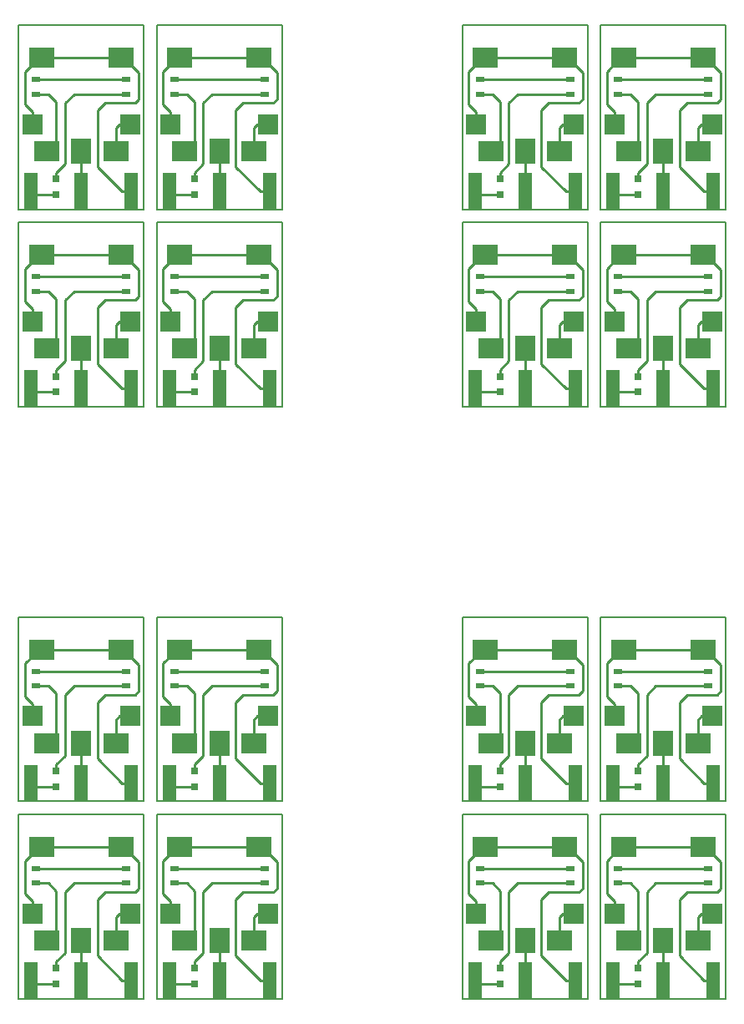
<source format=gbr>
G04 #@! TF.GenerationSoftware,KiCad,Pcbnew,(5.0.0-rc2-dev-586-g888c43477)*
G04 #@! TF.CreationDate,2018-07-20T11:48:50+02:00*
G04 #@! TF.ProjectId,2x2pisakUS,327832706973616B55532E6B69636164,rev?*
G04 #@! TF.SameCoordinates,Original*
G04 #@! TF.FileFunction,Copper,L1,Top,Signal*
G04 #@! TF.FilePolarity,Positive*
%FSLAX46Y46*%
G04 Gerber Fmt 4.6, Leading zero omitted, Abs format (unit mm)*
G04 Created by KiCad (PCBNEW (5.0.0-rc2-dev-586-g888c43477)) date 07/20/18 11:48:50*
%MOMM*%
%LPD*%
G01*
G04 APERTURE LIST*
%ADD10C,0.200000*%
%ADD11C,0.150000*%
%ADD12R,2.000000X2.000000*%
%ADD13R,1.400000X3.700000*%
%ADD14R,0.800000X0.800000*%
%ADD15R,0.900000X0.500000*%
%ADD16R,2.000000X2.600000*%
%ADD17R,2.550000X2.000000*%
%ADD18R,2.500000X2.000000*%
%ADD19C,0.250000*%
G04 APERTURE END LIST*
D10*
X57192000Y-92319000D02*
X69892000Y-92319000D01*
X12192000Y-92319000D02*
X24892000Y-92319000D01*
X57192000Y-32319000D02*
X69892000Y-32319000D01*
X71192000Y-110988000D02*
X83892000Y-110988000D01*
X26192000Y-110988000D02*
X38892000Y-110988000D01*
X71192000Y-50988000D02*
X83892000Y-50988000D01*
D11*
X57192000Y-92319000D02*
X57192000Y-110988000D01*
X12192000Y-92319000D02*
X12192000Y-110988000D01*
X57192000Y-32319000D02*
X57192000Y-50988000D01*
X83892000Y-90988000D02*
X83892000Y-72319000D01*
X38892000Y-90988000D02*
X38892000Y-72319000D01*
X83892000Y-30988000D02*
X83892000Y-12319000D01*
X83892000Y-110988000D02*
X83892000Y-92319000D01*
X38892000Y-110988000D02*
X38892000Y-92319000D01*
X83892000Y-50988000D02*
X83892000Y-32319000D01*
X71192000Y-92319000D02*
X71192000Y-110988000D01*
X26192000Y-92319000D02*
X26192000Y-110988000D01*
X71192000Y-32319000D02*
X71192000Y-50988000D01*
D10*
X71192000Y-90988000D02*
X83892000Y-90988000D01*
X26192000Y-90988000D02*
X38892000Y-90988000D01*
X71192000Y-30988000D02*
X83892000Y-30988000D01*
X71192000Y-72319000D02*
X83892000Y-72319000D01*
X26192000Y-72319000D02*
X38892000Y-72319000D01*
X71192000Y-12319000D02*
X83892000Y-12319000D01*
D11*
X71192000Y-72319000D02*
X71192000Y-90988000D01*
X26192000Y-72319000D02*
X26192000Y-90988000D01*
X71192000Y-12319000D02*
X71192000Y-30988000D01*
D10*
X71192000Y-92319000D02*
X83892000Y-92319000D01*
X26192000Y-92319000D02*
X38892000Y-92319000D01*
X71192000Y-32319000D02*
X83892000Y-32319000D01*
X57192000Y-110988000D02*
X69892000Y-110988000D01*
X12192000Y-110988000D02*
X24892000Y-110988000D01*
X57192000Y-50988000D02*
X69892000Y-50988000D01*
D11*
X69892000Y-110988000D02*
X69892000Y-92319000D01*
X24892000Y-110988000D02*
X24892000Y-92319000D01*
X69892000Y-50988000D02*
X69892000Y-32319000D01*
D10*
X57192000Y-72319000D02*
X69892000Y-72319000D01*
X12192000Y-72319000D02*
X24892000Y-72319000D01*
X57192000Y-12319000D02*
X69892000Y-12319000D01*
X57192000Y-90988000D02*
X69892000Y-90988000D01*
X12192000Y-90988000D02*
X24892000Y-90988000D01*
X57192000Y-30988000D02*
X69892000Y-30988000D01*
D11*
X57192000Y-72319000D02*
X57192000Y-90988000D01*
X12192000Y-72319000D02*
X12192000Y-90988000D01*
X57192000Y-12319000D02*
X57192000Y-30988000D01*
X69892000Y-90988000D02*
X69892000Y-72319000D01*
X24892000Y-90988000D02*
X24892000Y-72319000D01*
X69892000Y-30988000D02*
X69892000Y-12319000D01*
D10*
X26192000Y-32319000D02*
X38892000Y-32319000D01*
X12192000Y-32319000D02*
X24892000Y-32319000D01*
X26192000Y-12319000D02*
X38892000Y-12319000D01*
X26192000Y-50988000D02*
X38892000Y-50988000D01*
X12192000Y-50988000D02*
X24892000Y-50988000D01*
X26192000Y-30988000D02*
X38892000Y-30988000D01*
D11*
X26192000Y-32319000D02*
X26192000Y-50988000D01*
X12192000Y-32319000D02*
X12192000Y-50988000D01*
X26192000Y-12319000D02*
X26192000Y-30988000D01*
X38892000Y-50988000D02*
X38892000Y-32319000D01*
X24892000Y-50988000D02*
X24892000Y-32319000D01*
X38892000Y-30988000D02*
X38892000Y-12319000D01*
X24892000Y-30988000D02*
X24892000Y-12319000D01*
X12192000Y-12319000D02*
X12192000Y-30988000D01*
D10*
X12192000Y-12319000D02*
X24892000Y-12319000D01*
X12192000Y-30988000D02*
X24892000Y-30988000D01*
D12*
X68495000Y-102352000D03*
X23495000Y-102352000D03*
X68495000Y-42352000D03*
D13*
X58462000Y-109138000D03*
X63542000Y-109138000D03*
X68622000Y-109138000D03*
X13462000Y-109138000D03*
X18542000Y-109138000D03*
X23622000Y-109138000D03*
X58462000Y-49138000D03*
X63542000Y-49138000D03*
X68622000Y-49138000D03*
D12*
X82495000Y-82352000D03*
X37495000Y-82352000D03*
X82495000Y-22352000D03*
D13*
X72462000Y-89138000D03*
X77542000Y-89138000D03*
X82622000Y-89138000D03*
X27462000Y-89138000D03*
X32542000Y-89138000D03*
X37622000Y-89138000D03*
X72462000Y-29138000D03*
X77542000Y-29138000D03*
X82622000Y-29138000D03*
D12*
X72589000Y-102352000D03*
X27589000Y-102352000D03*
X72589000Y-42352000D03*
X72589000Y-82352000D03*
X27589000Y-82352000D03*
X72589000Y-22352000D03*
D14*
X75002000Y-87902000D03*
X75002000Y-89502000D03*
X30002000Y-87902000D03*
X30002000Y-89502000D03*
X75002000Y-27902000D03*
X75002000Y-29502000D03*
D13*
X72462000Y-109138000D03*
X77542000Y-109138000D03*
X82622000Y-109138000D03*
X27462000Y-109138000D03*
X32542000Y-109138000D03*
X37622000Y-109138000D03*
X72462000Y-49138000D03*
X77542000Y-49138000D03*
X82622000Y-49138000D03*
D12*
X82495000Y-102352000D03*
X37495000Y-102352000D03*
X82495000Y-42352000D03*
X58589000Y-102352000D03*
X13589000Y-102352000D03*
X58589000Y-42352000D03*
D15*
X68114000Y-79292000D03*
X68114000Y-77792000D03*
X23114000Y-79292000D03*
X23114000Y-77792000D03*
X68114000Y-19292000D03*
X68114000Y-17792000D03*
D16*
X63542000Y-85106000D03*
D17*
X67567000Y-75606000D03*
X59517000Y-75606000D03*
D18*
X60042000Y-85106000D03*
X67042000Y-85106000D03*
D16*
X18542000Y-85106000D03*
D17*
X22567000Y-75606000D03*
X14517000Y-75606000D03*
D18*
X15042000Y-85106000D03*
X22042000Y-85106000D03*
D16*
X63542000Y-25106000D03*
D17*
X67567000Y-15606000D03*
X59517000Y-15606000D03*
D18*
X60042000Y-25106000D03*
X67042000Y-25106000D03*
D15*
X58970000Y-79292000D03*
X58970000Y-77792000D03*
X13970000Y-79292000D03*
X13970000Y-77792000D03*
X58970000Y-19292000D03*
X58970000Y-17792000D03*
D14*
X61002000Y-89502000D03*
X61002000Y-87902000D03*
X16002000Y-89502000D03*
X16002000Y-87902000D03*
X61002000Y-29502000D03*
X61002000Y-27902000D03*
D13*
X68622000Y-89138000D03*
X63542000Y-89138000D03*
X58462000Y-89138000D03*
X23622000Y-89138000D03*
X18542000Y-89138000D03*
X13462000Y-89138000D03*
X68622000Y-29138000D03*
X63542000Y-29138000D03*
X58462000Y-29138000D03*
D12*
X68495000Y-82352000D03*
X23495000Y-82352000D03*
X68495000Y-22352000D03*
X58589000Y-82352000D03*
X13589000Y-82352000D03*
X58589000Y-22352000D03*
D18*
X81042000Y-85106000D03*
X74042000Y-85106000D03*
D17*
X73517000Y-75606000D03*
X81567000Y-75606000D03*
D16*
X77542000Y-85106000D03*
D18*
X36042000Y-85106000D03*
X29042000Y-85106000D03*
D17*
X28517000Y-75606000D03*
X36567000Y-75606000D03*
D16*
X32542000Y-85106000D03*
D18*
X81042000Y-25106000D03*
X74042000Y-25106000D03*
D17*
X73517000Y-15606000D03*
X81567000Y-15606000D03*
D16*
X77542000Y-25106000D03*
D15*
X58970000Y-97792000D03*
X58970000Y-99292000D03*
X13970000Y-97792000D03*
X13970000Y-99292000D03*
X58970000Y-37792000D03*
X58970000Y-39292000D03*
X68114000Y-97792000D03*
X68114000Y-99292000D03*
X23114000Y-97792000D03*
X23114000Y-99292000D03*
X68114000Y-37792000D03*
X68114000Y-39292000D03*
X72970000Y-77792000D03*
X72970000Y-79292000D03*
X27970000Y-77792000D03*
X27970000Y-79292000D03*
X72970000Y-17792000D03*
X72970000Y-19292000D03*
D14*
X75002000Y-107902000D03*
X75002000Y-109502000D03*
X30002000Y-107902000D03*
X30002000Y-109502000D03*
X75002000Y-47902000D03*
X75002000Y-49502000D03*
X61002000Y-107902000D03*
X61002000Y-109502000D03*
X16002000Y-107902000D03*
X16002000Y-109502000D03*
X61002000Y-47902000D03*
X61002000Y-49502000D03*
D18*
X67042000Y-105106000D03*
X60042000Y-105106000D03*
D17*
X59517000Y-95606000D03*
X67567000Y-95606000D03*
D16*
X63542000Y-105106000D03*
D18*
X22042000Y-105106000D03*
X15042000Y-105106000D03*
D17*
X14517000Y-95606000D03*
X22567000Y-95606000D03*
D16*
X18542000Y-105106000D03*
D18*
X67042000Y-45106000D03*
X60042000Y-45106000D03*
D17*
X59517000Y-35606000D03*
X67567000Y-35606000D03*
D16*
X63542000Y-45106000D03*
D15*
X82114000Y-77792000D03*
X82114000Y-79292000D03*
X37114000Y-77792000D03*
X37114000Y-79292000D03*
X82114000Y-17792000D03*
X82114000Y-19292000D03*
D18*
X81042000Y-105106000D03*
X74042000Y-105106000D03*
D17*
X73517000Y-95606000D03*
X81567000Y-95606000D03*
D16*
X77542000Y-105106000D03*
D18*
X36042000Y-105106000D03*
X29042000Y-105106000D03*
D17*
X28517000Y-95606000D03*
X36567000Y-95606000D03*
D16*
X32542000Y-105106000D03*
D18*
X81042000Y-45106000D03*
X74042000Y-45106000D03*
D17*
X73517000Y-35606000D03*
X81567000Y-35606000D03*
D16*
X77542000Y-45106000D03*
D15*
X82114000Y-97792000D03*
X82114000Y-99292000D03*
X37114000Y-97792000D03*
X37114000Y-99292000D03*
X82114000Y-37792000D03*
X82114000Y-39292000D03*
X72970000Y-97792000D03*
X72970000Y-99292000D03*
X27970000Y-97792000D03*
X27970000Y-99292000D03*
X72970000Y-37792000D03*
X72970000Y-39292000D03*
X37114000Y-39292000D03*
X37114000Y-37792000D03*
X23114000Y-39292000D03*
X23114000Y-37792000D03*
X37114000Y-19292000D03*
X37114000Y-17792000D03*
D16*
X32542000Y-45106000D03*
D17*
X36567000Y-35606000D03*
X28517000Y-35606000D03*
D18*
X29042000Y-45106000D03*
X36042000Y-45106000D03*
D16*
X18542000Y-45106000D03*
D17*
X22567000Y-35606000D03*
X14517000Y-35606000D03*
D18*
X15042000Y-45106000D03*
X22042000Y-45106000D03*
D16*
X32542000Y-25106000D03*
D17*
X36567000Y-15606000D03*
X28517000Y-15606000D03*
D18*
X29042000Y-25106000D03*
X36042000Y-25106000D03*
D15*
X27970000Y-39292000D03*
X27970000Y-37792000D03*
X13970000Y-39292000D03*
X13970000Y-37792000D03*
X27970000Y-19292000D03*
X27970000Y-17792000D03*
D14*
X30002000Y-49502000D03*
X30002000Y-47902000D03*
X16002000Y-49502000D03*
X16002000Y-47902000D03*
X30002000Y-29502000D03*
X30002000Y-27902000D03*
D13*
X37622000Y-49138000D03*
X32542000Y-49138000D03*
X27462000Y-49138000D03*
X23622000Y-49138000D03*
X18542000Y-49138000D03*
X13462000Y-49138000D03*
X37622000Y-29138000D03*
X32542000Y-29138000D03*
X27462000Y-29138000D03*
D12*
X37495000Y-42352000D03*
X23495000Y-42352000D03*
X37495000Y-22352000D03*
X27589000Y-42352000D03*
X13589000Y-42352000D03*
X27589000Y-22352000D03*
D15*
X23114000Y-17792000D03*
X23114000Y-19292000D03*
D13*
X13462000Y-29138000D03*
X18542000Y-29138000D03*
X23622000Y-29138000D03*
D14*
X16002000Y-27902000D03*
X16002000Y-29502000D03*
D18*
X22042000Y-25106000D03*
X15042000Y-25106000D03*
D17*
X14517000Y-15606000D03*
X22567000Y-15606000D03*
D16*
X18542000Y-25106000D03*
D15*
X13970000Y-17792000D03*
X13970000Y-19292000D03*
D12*
X23495000Y-22352000D03*
X13589000Y-22352000D03*
D19*
X16002000Y-29502000D02*
X13826000Y-29502000D01*
X13826000Y-29502000D02*
X13462000Y-29138000D01*
X18542000Y-29138000D02*
X18542000Y-27038000D01*
X18542000Y-27038000D02*
X18542000Y-25106000D01*
X22042000Y-25106000D02*
X22042000Y-22705000D01*
X22042000Y-22705000D02*
X22395000Y-22352000D01*
X22395000Y-22352000D02*
X23495000Y-22352000D01*
X16002000Y-27252000D02*
X16002000Y-27902000D01*
X16891000Y-26363000D02*
X16002000Y-27252000D01*
X16891000Y-20193000D02*
X16891000Y-26363000D01*
X23114000Y-19292000D02*
X17792000Y-19292000D01*
X17792000Y-19292000D02*
X16891000Y-20193000D01*
X30002000Y-27252000D02*
X30002000Y-27902000D01*
X16002000Y-47252000D02*
X16002000Y-47902000D01*
X30002000Y-47252000D02*
X30002000Y-47902000D01*
X30891000Y-26363000D02*
X30002000Y-27252000D01*
X16891000Y-46363000D02*
X16002000Y-47252000D01*
X30891000Y-46363000D02*
X30002000Y-47252000D01*
X30891000Y-20193000D02*
X30891000Y-26363000D01*
X16891000Y-40193000D02*
X16891000Y-46363000D01*
X30891000Y-40193000D02*
X30891000Y-46363000D01*
X31792000Y-19292000D02*
X30891000Y-20193000D01*
X17792000Y-39292000D02*
X16891000Y-40193000D01*
X31792000Y-39292000D02*
X30891000Y-40193000D01*
X37114000Y-19292000D02*
X31792000Y-19292000D01*
X23114000Y-39292000D02*
X17792000Y-39292000D01*
X37114000Y-39292000D02*
X31792000Y-39292000D01*
X75002000Y-27252000D02*
X75002000Y-27902000D01*
X30002000Y-87252000D02*
X30002000Y-87902000D01*
X75002000Y-87252000D02*
X75002000Y-87902000D01*
X61002000Y-27252000D02*
X61002000Y-27902000D01*
X16002000Y-87252000D02*
X16002000Y-87902000D01*
X61002000Y-87252000D02*
X61002000Y-87902000D01*
X61891000Y-26363000D02*
X61002000Y-27252000D01*
X16891000Y-86363000D02*
X16002000Y-87252000D01*
X61891000Y-86363000D02*
X61002000Y-87252000D01*
X61891000Y-20193000D02*
X61891000Y-26363000D01*
X16891000Y-80193000D02*
X16891000Y-86363000D01*
X61891000Y-80193000D02*
X61891000Y-86363000D01*
X62792000Y-19292000D02*
X61891000Y-20193000D01*
X17792000Y-79292000D02*
X16891000Y-80193000D01*
X62792000Y-79292000D02*
X61891000Y-80193000D01*
X68114000Y-19292000D02*
X62792000Y-19292000D01*
X23114000Y-79292000D02*
X17792000Y-79292000D01*
X68114000Y-79292000D02*
X62792000Y-79292000D01*
X75891000Y-26363000D02*
X75002000Y-27252000D01*
X30891000Y-86363000D02*
X30002000Y-87252000D01*
X75891000Y-86363000D02*
X75002000Y-87252000D01*
X75891000Y-46363000D02*
X75002000Y-47252000D01*
X30891000Y-106363000D02*
X30002000Y-107252000D01*
X75891000Y-106363000D02*
X75002000Y-107252000D01*
X76792000Y-19292000D02*
X75891000Y-20193000D01*
X31792000Y-79292000D02*
X30891000Y-80193000D01*
X76792000Y-79292000D02*
X75891000Y-80193000D01*
X75891000Y-40193000D02*
X75891000Y-46363000D01*
X30891000Y-100193000D02*
X30891000Y-106363000D01*
X75891000Y-100193000D02*
X75891000Y-106363000D01*
X61891000Y-46363000D02*
X61002000Y-47252000D01*
X16891000Y-106363000D02*
X16002000Y-107252000D01*
X61891000Y-106363000D02*
X61002000Y-107252000D01*
X76792000Y-39292000D02*
X75891000Y-40193000D01*
X31792000Y-99292000D02*
X30891000Y-100193000D01*
X76792000Y-99292000D02*
X75891000Y-100193000D01*
X62792000Y-39292000D02*
X61891000Y-40193000D01*
X17792000Y-99292000D02*
X16891000Y-100193000D01*
X62792000Y-99292000D02*
X61891000Y-100193000D01*
X75002000Y-47252000D02*
X75002000Y-47902000D01*
X30002000Y-107252000D02*
X30002000Y-107902000D01*
X75002000Y-107252000D02*
X75002000Y-107902000D01*
X61002000Y-47252000D02*
X61002000Y-47902000D01*
X16002000Y-107252000D02*
X16002000Y-107902000D01*
X61002000Y-107252000D02*
X61002000Y-107902000D01*
X61891000Y-40193000D02*
X61891000Y-46363000D01*
X16891000Y-100193000D02*
X16891000Y-106363000D01*
X61891000Y-100193000D02*
X61891000Y-106363000D01*
X75891000Y-20193000D02*
X75891000Y-26363000D01*
X30891000Y-80193000D02*
X30891000Y-86363000D01*
X75891000Y-80193000D02*
X75891000Y-86363000D01*
X82114000Y-39292000D02*
X76792000Y-39292000D01*
X37114000Y-99292000D02*
X31792000Y-99292000D01*
X82114000Y-99292000D02*
X76792000Y-99292000D01*
X82114000Y-19292000D02*
X76792000Y-19292000D01*
X37114000Y-79292000D02*
X31792000Y-79292000D01*
X82114000Y-79292000D02*
X76792000Y-79292000D01*
X68114000Y-39292000D02*
X62792000Y-39292000D01*
X23114000Y-99292000D02*
X17792000Y-99292000D01*
X68114000Y-99292000D02*
X62792000Y-99292000D01*
X30002000Y-29502000D02*
X27826000Y-29502000D01*
X16002000Y-49502000D02*
X13826000Y-49502000D01*
X30002000Y-49502000D02*
X27826000Y-49502000D01*
X27826000Y-29502000D02*
X27462000Y-29138000D01*
X13826000Y-49502000D02*
X13462000Y-49138000D01*
X27826000Y-49502000D02*
X27462000Y-49138000D01*
X72826000Y-49502000D02*
X72462000Y-49138000D01*
X27826000Y-109502000D02*
X27462000Y-109138000D01*
X72826000Y-109502000D02*
X72462000Y-109138000D01*
X61002000Y-29502000D02*
X58826000Y-29502000D01*
X16002000Y-89502000D02*
X13826000Y-89502000D01*
X61002000Y-89502000D02*
X58826000Y-89502000D01*
X58826000Y-29502000D02*
X58462000Y-29138000D01*
X13826000Y-89502000D02*
X13462000Y-89138000D01*
X58826000Y-89502000D02*
X58462000Y-89138000D01*
X61002000Y-49502000D02*
X58826000Y-49502000D01*
X16002000Y-109502000D02*
X13826000Y-109502000D01*
X61002000Y-109502000D02*
X58826000Y-109502000D01*
X75002000Y-49502000D02*
X72826000Y-49502000D01*
X30002000Y-109502000D02*
X27826000Y-109502000D01*
X75002000Y-109502000D02*
X72826000Y-109502000D01*
X75002000Y-29502000D02*
X72826000Y-29502000D01*
X30002000Y-89502000D02*
X27826000Y-89502000D01*
X75002000Y-89502000D02*
X72826000Y-89502000D01*
X58826000Y-49502000D02*
X58462000Y-49138000D01*
X13826000Y-109502000D02*
X13462000Y-109138000D01*
X58826000Y-109502000D02*
X58462000Y-109138000D01*
X72826000Y-29502000D02*
X72462000Y-29138000D01*
X27826000Y-89502000D02*
X27462000Y-89138000D01*
X72826000Y-89502000D02*
X72462000Y-89138000D01*
X32542000Y-29138000D02*
X32542000Y-27038000D01*
X18542000Y-49138000D02*
X18542000Y-47038000D01*
X32542000Y-49138000D02*
X32542000Y-47038000D01*
X32542000Y-27038000D02*
X32542000Y-25106000D01*
X18542000Y-47038000D02*
X18542000Y-45106000D01*
X32542000Y-47038000D02*
X32542000Y-45106000D01*
X63542000Y-29138000D02*
X63542000Y-27038000D01*
X18542000Y-89138000D02*
X18542000Y-87038000D01*
X63542000Y-89138000D02*
X63542000Y-87038000D01*
X63542000Y-27038000D02*
X63542000Y-25106000D01*
X18542000Y-87038000D02*
X18542000Y-85106000D01*
X63542000Y-87038000D02*
X63542000Y-85106000D01*
X77542000Y-47038000D02*
X77542000Y-45106000D01*
X32542000Y-107038000D02*
X32542000Y-105106000D01*
X77542000Y-107038000D02*
X77542000Y-105106000D01*
X63542000Y-47038000D02*
X63542000Y-45106000D01*
X18542000Y-107038000D02*
X18542000Y-105106000D01*
X63542000Y-107038000D02*
X63542000Y-105106000D01*
X77542000Y-27038000D02*
X77542000Y-25106000D01*
X32542000Y-87038000D02*
X32542000Y-85106000D01*
X77542000Y-87038000D02*
X77542000Y-85106000D01*
X77542000Y-49138000D02*
X77542000Y-47038000D01*
X32542000Y-109138000D02*
X32542000Y-107038000D01*
X77542000Y-109138000D02*
X77542000Y-107038000D01*
X77542000Y-29138000D02*
X77542000Y-27038000D01*
X32542000Y-89138000D02*
X32542000Y-87038000D01*
X77542000Y-89138000D02*
X77542000Y-87038000D01*
X63542000Y-49138000D02*
X63542000Y-47038000D01*
X18542000Y-109138000D02*
X18542000Y-107038000D01*
X63542000Y-109138000D02*
X63542000Y-107038000D01*
X15228000Y-19292000D02*
X16002000Y-20066000D01*
X13970000Y-19292000D02*
X15228000Y-19292000D01*
X16002000Y-20066000D02*
X16002000Y-24146000D01*
X16002000Y-24146000D02*
X15042000Y-25106000D01*
X29228000Y-19292000D02*
X30002000Y-20066000D01*
X15228000Y-39292000D02*
X16002000Y-40066000D01*
X29228000Y-39292000D02*
X30002000Y-40066000D01*
X27970000Y-19292000D02*
X29228000Y-19292000D01*
X13970000Y-39292000D02*
X15228000Y-39292000D01*
X27970000Y-39292000D02*
X29228000Y-39292000D01*
X30002000Y-20066000D02*
X30002000Y-24146000D01*
X16002000Y-40066000D02*
X16002000Y-44146000D01*
X30002000Y-40066000D02*
X30002000Y-44146000D01*
X30002000Y-24146000D02*
X29042000Y-25106000D01*
X16002000Y-44146000D02*
X15042000Y-45106000D01*
X30002000Y-44146000D02*
X29042000Y-45106000D01*
X60228000Y-19292000D02*
X61002000Y-20066000D01*
X15228000Y-79292000D02*
X16002000Y-80066000D01*
X60228000Y-79292000D02*
X61002000Y-80066000D01*
X58970000Y-19292000D02*
X60228000Y-19292000D01*
X13970000Y-79292000D02*
X15228000Y-79292000D01*
X58970000Y-79292000D02*
X60228000Y-79292000D01*
X61002000Y-20066000D02*
X61002000Y-24146000D01*
X16002000Y-80066000D02*
X16002000Y-84146000D01*
X61002000Y-80066000D02*
X61002000Y-84146000D01*
X61002000Y-24146000D02*
X60042000Y-25106000D01*
X16002000Y-84146000D02*
X15042000Y-85106000D01*
X61002000Y-84146000D02*
X60042000Y-85106000D01*
X58970000Y-39292000D02*
X60228000Y-39292000D01*
X13970000Y-99292000D02*
X15228000Y-99292000D01*
X58970000Y-99292000D02*
X60228000Y-99292000D01*
X61002000Y-44146000D02*
X60042000Y-45106000D01*
X16002000Y-104146000D02*
X15042000Y-105106000D01*
X61002000Y-104146000D02*
X60042000Y-105106000D01*
X75002000Y-44146000D02*
X74042000Y-45106000D01*
X30002000Y-104146000D02*
X29042000Y-105106000D01*
X75002000Y-104146000D02*
X74042000Y-105106000D01*
X72970000Y-19292000D02*
X74228000Y-19292000D01*
X27970000Y-79292000D02*
X29228000Y-79292000D01*
X72970000Y-79292000D02*
X74228000Y-79292000D01*
X75002000Y-24146000D02*
X74042000Y-25106000D01*
X30002000Y-84146000D02*
X29042000Y-85106000D01*
X75002000Y-84146000D02*
X74042000Y-85106000D01*
X60228000Y-39292000D02*
X61002000Y-40066000D01*
X15228000Y-99292000D02*
X16002000Y-100066000D01*
X60228000Y-99292000D02*
X61002000Y-100066000D01*
X75002000Y-40066000D02*
X75002000Y-44146000D01*
X30002000Y-100066000D02*
X30002000Y-104146000D01*
X75002000Y-100066000D02*
X75002000Y-104146000D01*
X61002000Y-40066000D02*
X61002000Y-44146000D01*
X16002000Y-100066000D02*
X16002000Y-104146000D01*
X61002000Y-100066000D02*
X61002000Y-104146000D01*
X74228000Y-39292000D02*
X75002000Y-40066000D01*
X29228000Y-99292000D02*
X30002000Y-100066000D01*
X74228000Y-99292000D02*
X75002000Y-100066000D01*
X75002000Y-20066000D02*
X75002000Y-24146000D01*
X30002000Y-80066000D02*
X30002000Y-84146000D01*
X75002000Y-80066000D02*
X75002000Y-84146000D01*
X74228000Y-19292000D02*
X75002000Y-20066000D01*
X29228000Y-79292000D02*
X30002000Y-80066000D01*
X74228000Y-79292000D02*
X75002000Y-80066000D01*
X72970000Y-39292000D02*
X74228000Y-39292000D01*
X27970000Y-99292000D02*
X29228000Y-99292000D01*
X72970000Y-99292000D02*
X74228000Y-99292000D01*
X13589000Y-21102000D02*
X13589000Y-22352000D01*
X12827000Y-20340000D02*
X13589000Y-21102000D01*
X14242000Y-15606000D02*
X14517000Y-15606000D01*
X12830000Y-17018000D02*
X14242000Y-15606000D01*
X12827000Y-17018000D02*
X12830000Y-17018000D01*
X12827000Y-17018000D02*
X12827000Y-20340000D01*
X16042000Y-15606000D02*
X22567000Y-15606000D01*
X14517000Y-15606000D02*
X16042000Y-15606000D01*
X22842000Y-15606000D02*
X22567000Y-15606000D01*
X24384000Y-17148000D02*
X22842000Y-15606000D01*
X24384000Y-19812000D02*
X24384000Y-17148000D01*
X23622000Y-29138000D02*
X22672000Y-29138000D01*
X20193000Y-26659000D02*
X20193000Y-20955000D01*
X20193000Y-20955000D02*
X20955000Y-20193000D01*
X22672000Y-29138000D02*
X20193000Y-26659000D01*
X20955000Y-20193000D02*
X24003000Y-20193000D01*
X24003000Y-20193000D02*
X24384000Y-19812000D01*
X27589000Y-21102000D02*
X27589000Y-22352000D01*
X13589000Y-41102000D02*
X13589000Y-42352000D01*
X27589000Y-41102000D02*
X27589000Y-42352000D01*
X34193000Y-20955000D02*
X34955000Y-20193000D01*
X20193000Y-40955000D02*
X20955000Y-40193000D01*
X34193000Y-40955000D02*
X34955000Y-40193000D01*
X28242000Y-15606000D02*
X28517000Y-15606000D01*
X14242000Y-35606000D02*
X14517000Y-35606000D01*
X28242000Y-35606000D02*
X28517000Y-35606000D01*
X30042000Y-15606000D02*
X36567000Y-15606000D01*
X16042000Y-35606000D02*
X22567000Y-35606000D01*
X30042000Y-35606000D02*
X36567000Y-35606000D01*
X26827000Y-17018000D02*
X26830000Y-17018000D01*
X12827000Y-37018000D02*
X12830000Y-37018000D01*
X26827000Y-37018000D02*
X26830000Y-37018000D01*
X36842000Y-15606000D02*
X36567000Y-15606000D01*
X22842000Y-35606000D02*
X22567000Y-35606000D01*
X36842000Y-35606000D02*
X36567000Y-35606000D01*
X26827000Y-20340000D02*
X27589000Y-21102000D01*
X12827000Y-40340000D02*
X13589000Y-41102000D01*
X26827000Y-40340000D02*
X27589000Y-41102000D01*
X26830000Y-17018000D02*
X28242000Y-15606000D01*
X12830000Y-37018000D02*
X14242000Y-35606000D01*
X26830000Y-37018000D02*
X28242000Y-35606000D01*
X38384000Y-17148000D02*
X36842000Y-15606000D01*
X24384000Y-37148000D02*
X22842000Y-35606000D01*
X38384000Y-37148000D02*
X36842000Y-35606000D01*
X26827000Y-17018000D02*
X26827000Y-20340000D01*
X12827000Y-37018000D02*
X12827000Y-40340000D01*
X26827000Y-37018000D02*
X26827000Y-40340000D01*
X38384000Y-19812000D02*
X38384000Y-17148000D01*
X24384000Y-39812000D02*
X24384000Y-37148000D01*
X38384000Y-39812000D02*
X38384000Y-37148000D01*
X28517000Y-15606000D02*
X30042000Y-15606000D01*
X14517000Y-35606000D02*
X16042000Y-35606000D01*
X28517000Y-35606000D02*
X30042000Y-35606000D01*
X37622000Y-29138000D02*
X36672000Y-29138000D01*
X23622000Y-49138000D02*
X22672000Y-49138000D01*
X37622000Y-49138000D02*
X36672000Y-49138000D01*
X34193000Y-26659000D02*
X34193000Y-20955000D01*
X20193000Y-46659000D02*
X20193000Y-40955000D01*
X34193000Y-46659000D02*
X34193000Y-40955000D01*
X38003000Y-20193000D02*
X38384000Y-19812000D01*
X24003000Y-40193000D02*
X24384000Y-39812000D01*
X38003000Y-40193000D02*
X38384000Y-39812000D01*
X34955000Y-20193000D02*
X38003000Y-20193000D01*
X20955000Y-40193000D02*
X24003000Y-40193000D01*
X34955000Y-40193000D02*
X38003000Y-40193000D01*
X36672000Y-29138000D02*
X34193000Y-26659000D01*
X22672000Y-49138000D02*
X20193000Y-46659000D01*
X36672000Y-49138000D02*
X34193000Y-46659000D01*
X58589000Y-21102000D02*
X58589000Y-22352000D01*
X13589000Y-81102000D02*
X13589000Y-82352000D01*
X58589000Y-81102000D02*
X58589000Y-82352000D01*
X65193000Y-20955000D02*
X65955000Y-20193000D01*
X20193000Y-80955000D02*
X20955000Y-80193000D01*
X65193000Y-80955000D02*
X65955000Y-80193000D01*
X59242000Y-15606000D02*
X59517000Y-15606000D01*
X14242000Y-75606000D02*
X14517000Y-75606000D01*
X59242000Y-75606000D02*
X59517000Y-75606000D01*
X61042000Y-15606000D02*
X67567000Y-15606000D01*
X16042000Y-75606000D02*
X22567000Y-75606000D01*
X61042000Y-75606000D02*
X67567000Y-75606000D01*
X57827000Y-17018000D02*
X57830000Y-17018000D01*
X12827000Y-77018000D02*
X12830000Y-77018000D01*
X57827000Y-77018000D02*
X57830000Y-77018000D01*
X67842000Y-15606000D02*
X67567000Y-15606000D01*
X22842000Y-75606000D02*
X22567000Y-75606000D01*
X67842000Y-75606000D02*
X67567000Y-75606000D01*
X57827000Y-20340000D02*
X58589000Y-21102000D01*
X12827000Y-80340000D02*
X13589000Y-81102000D01*
X57827000Y-80340000D02*
X58589000Y-81102000D01*
X57830000Y-17018000D02*
X59242000Y-15606000D01*
X12830000Y-77018000D02*
X14242000Y-75606000D01*
X57830000Y-77018000D02*
X59242000Y-75606000D01*
X69384000Y-17148000D02*
X67842000Y-15606000D01*
X24384000Y-77148000D02*
X22842000Y-75606000D01*
X69384000Y-77148000D02*
X67842000Y-75606000D01*
X57827000Y-17018000D02*
X57827000Y-20340000D01*
X12827000Y-77018000D02*
X12827000Y-80340000D01*
X57827000Y-77018000D02*
X57827000Y-80340000D01*
X69384000Y-19812000D02*
X69384000Y-17148000D01*
X24384000Y-79812000D02*
X24384000Y-77148000D01*
X69384000Y-79812000D02*
X69384000Y-77148000D01*
X59517000Y-15606000D02*
X61042000Y-15606000D01*
X14517000Y-75606000D02*
X16042000Y-75606000D01*
X59517000Y-75606000D02*
X61042000Y-75606000D01*
X68622000Y-29138000D02*
X67672000Y-29138000D01*
X23622000Y-89138000D02*
X22672000Y-89138000D01*
X68622000Y-89138000D02*
X67672000Y-89138000D01*
X65193000Y-26659000D02*
X65193000Y-20955000D01*
X20193000Y-86659000D02*
X20193000Y-80955000D01*
X65193000Y-86659000D02*
X65193000Y-80955000D01*
X69003000Y-20193000D02*
X69384000Y-19812000D01*
X24003000Y-80193000D02*
X24384000Y-79812000D01*
X69003000Y-80193000D02*
X69384000Y-79812000D01*
X65955000Y-20193000D02*
X69003000Y-20193000D01*
X20955000Y-80193000D02*
X24003000Y-80193000D01*
X65955000Y-80193000D02*
X69003000Y-80193000D01*
X67672000Y-29138000D02*
X65193000Y-26659000D01*
X22672000Y-89138000D02*
X20193000Y-86659000D01*
X67672000Y-89138000D02*
X65193000Y-86659000D01*
X79193000Y-40955000D02*
X79955000Y-40193000D01*
X34193000Y-100955000D02*
X34955000Y-100193000D01*
X79193000Y-100955000D02*
X79955000Y-100193000D01*
X72589000Y-41102000D02*
X72589000Y-42352000D01*
X27589000Y-101102000D02*
X27589000Y-102352000D01*
X72589000Y-101102000D02*
X72589000Y-102352000D01*
X72589000Y-21102000D02*
X72589000Y-22352000D01*
X27589000Y-81102000D02*
X27589000Y-82352000D01*
X72589000Y-81102000D02*
X72589000Y-82352000D01*
X58589000Y-41102000D02*
X58589000Y-42352000D01*
X13589000Y-101102000D02*
X13589000Y-102352000D01*
X58589000Y-101102000D02*
X58589000Y-102352000D01*
X71827000Y-37018000D02*
X71830000Y-37018000D01*
X26827000Y-97018000D02*
X26830000Y-97018000D01*
X71827000Y-97018000D02*
X71830000Y-97018000D01*
X67842000Y-35606000D02*
X67567000Y-35606000D01*
X22842000Y-95606000D02*
X22567000Y-95606000D01*
X67842000Y-95606000D02*
X67567000Y-95606000D01*
X65193000Y-40955000D02*
X65955000Y-40193000D01*
X20193000Y-100955000D02*
X20955000Y-100193000D01*
X65193000Y-100955000D02*
X65955000Y-100193000D01*
X79193000Y-20955000D02*
X79955000Y-20193000D01*
X34193000Y-80955000D02*
X34955000Y-80193000D01*
X79193000Y-80955000D02*
X79955000Y-80193000D01*
X71827000Y-17018000D02*
X71830000Y-17018000D01*
X26827000Y-77018000D02*
X26830000Y-77018000D01*
X71827000Y-77018000D02*
X71830000Y-77018000D01*
X81842000Y-35606000D02*
X81567000Y-35606000D01*
X36842000Y-95606000D02*
X36567000Y-95606000D01*
X81842000Y-95606000D02*
X81567000Y-95606000D01*
X71827000Y-20340000D02*
X72589000Y-21102000D01*
X26827000Y-80340000D02*
X27589000Y-81102000D01*
X71827000Y-80340000D02*
X72589000Y-81102000D01*
X57827000Y-40340000D02*
X58589000Y-41102000D01*
X12827000Y-100340000D02*
X13589000Y-101102000D01*
X57827000Y-100340000D02*
X58589000Y-101102000D01*
X75042000Y-15606000D02*
X81567000Y-15606000D01*
X30042000Y-75606000D02*
X36567000Y-75606000D01*
X75042000Y-75606000D02*
X81567000Y-75606000D01*
X61042000Y-35606000D02*
X67567000Y-35606000D01*
X16042000Y-95606000D02*
X22567000Y-95606000D01*
X61042000Y-95606000D02*
X67567000Y-95606000D01*
X73242000Y-15606000D02*
X73517000Y-15606000D01*
X28242000Y-75606000D02*
X28517000Y-75606000D01*
X73242000Y-75606000D02*
X73517000Y-75606000D01*
X57827000Y-37018000D02*
X57830000Y-37018000D01*
X12827000Y-97018000D02*
X12830000Y-97018000D01*
X57827000Y-97018000D02*
X57830000Y-97018000D01*
X73242000Y-35606000D02*
X73517000Y-35606000D01*
X28242000Y-95606000D02*
X28517000Y-95606000D01*
X73242000Y-95606000D02*
X73517000Y-95606000D01*
X71827000Y-40340000D02*
X72589000Y-41102000D01*
X26827000Y-100340000D02*
X27589000Y-101102000D01*
X71827000Y-100340000D02*
X72589000Y-101102000D01*
X59242000Y-35606000D02*
X59517000Y-35606000D01*
X14242000Y-95606000D02*
X14517000Y-95606000D01*
X59242000Y-95606000D02*
X59517000Y-95606000D01*
X71830000Y-17018000D02*
X73242000Y-15606000D01*
X26830000Y-77018000D02*
X28242000Y-75606000D01*
X71830000Y-77018000D02*
X73242000Y-75606000D01*
X81842000Y-15606000D02*
X81567000Y-15606000D01*
X36842000Y-75606000D02*
X36567000Y-75606000D01*
X81842000Y-75606000D02*
X81567000Y-75606000D01*
X57830000Y-37018000D02*
X59242000Y-35606000D01*
X12830000Y-97018000D02*
X14242000Y-95606000D01*
X57830000Y-97018000D02*
X59242000Y-95606000D01*
X75042000Y-35606000D02*
X81567000Y-35606000D01*
X30042000Y-95606000D02*
X36567000Y-95606000D01*
X75042000Y-95606000D02*
X81567000Y-95606000D01*
X71830000Y-37018000D02*
X73242000Y-35606000D01*
X26830000Y-97018000D02*
X28242000Y-95606000D01*
X71830000Y-97018000D02*
X73242000Y-95606000D01*
X71827000Y-17018000D02*
X71827000Y-20340000D01*
X26827000Y-77018000D02*
X26827000Y-80340000D01*
X71827000Y-77018000D02*
X71827000Y-80340000D01*
X71827000Y-37018000D02*
X71827000Y-40340000D01*
X26827000Y-97018000D02*
X26827000Y-100340000D01*
X71827000Y-97018000D02*
X71827000Y-100340000D01*
X83003000Y-20193000D02*
X83384000Y-19812000D01*
X38003000Y-80193000D02*
X38384000Y-79812000D01*
X83003000Y-80193000D02*
X83384000Y-79812000D01*
X65955000Y-40193000D02*
X69003000Y-40193000D01*
X20955000Y-100193000D02*
X24003000Y-100193000D01*
X65955000Y-100193000D02*
X69003000Y-100193000D01*
X69003000Y-40193000D02*
X69384000Y-39812000D01*
X24003000Y-100193000D02*
X24384000Y-99812000D01*
X69003000Y-100193000D02*
X69384000Y-99812000D01*
X79955000Y-40193000D02*
X83003000Y-40193000D01*
X34955000Y-100193000D02*
X38003000Y-100193000D01*
X79955000Y-100193000D02*
X83003000Y-100193000D01*
X83384000Y-37148000D02*
X81842000Y-35606000D01*
X38384000Y-97148000D02*
X36842000Y-95606000D01*
X83384000Y-97148000D02*
X81842000Y-95606000D01*
X79193000Y-46659000D02*
X79193000Y-40955000D01*
X34193000Y-106659000D02*
X34193000Y-100955000D01*
X79193000Y-106659000D02*
X79193000Y-100955000D01*
X81672000Y-49138000D02*
X79193000Y-46659000D01*
X36672000Y-109138000D02*
X34193000Y-106659000D01*
X81672000Y-109138000D02*
X79193000Y-106659000D01*
X83384000Y-17148000D02*
X81842000Y-15606000D01*
X38384000Y-77148000D02*
X36842000Y-75606000D01*
X83384000Y-77148000D02*
X81842000Y-75606000D01*
X69384000Y-37148000D02*
X67842000Y-35606000D01*
X24384000Y-97148000D02*
X22842000Y-95606000D01*
X69384000Y-97148000D02*
X67842000Y-95606000D01*
X69384000Y-39812000D02*
X69384000Y-37148000D01*
X24384000Y-99812000D02*
X24384000Y-97148000D01*
X69384000Y-99812000D02*
X69384000Y-97148000D01*
X83384000Y-39812000D02*
X83384000Y-37148000D01*
X38384000Y-99812000D02*
X38384000Y-97148000D01*
X83384000Y-99812000D02*
X83384000Y-97148000D01*
X82622000Y-29138000D02*
X81672000Y-29138000D01*
X37622000Y-89138000D02*
X36672000Y-89138000D01*
X82622000Y-89138000D02*
X81672000Y-89138000D01*
X79193000Y-26659000D02*
X79193000Y-20955000D01*
X34193000Y-86659000D02*
X34193000Y-80955000D01*
X79193000Y-86659000D02*
X79193000Y-80955000D01*
X65193000Y-46659000D02*
X65193000Y-40955000D01*
X20193000Y-106659000D02*
X20193000Y-100955000D01*
X65193000Y-106659000D02*
X65193000Y-100955000D01*
X83003000Y-40193000D02*
X83384000Y-39812000D01*
X38003000Y-100193000D02*
X38384000Y-99812000D01*
X83003000Y-100193000D02*
X83384000Y-99812000D01*
X81672000Y-29138000D02*
X79193000Y-26659000D01*
X36672000Y-89138000D02*
X34193000Y-86659000D01*
X81672000Y-89138000D02*
X79193000Y-86659000D01*
X73517000Y-35606000D02*
X75042000Y-35606000D01*
X28517000Y-95606000D02*
X30042000Y-95606000D01*
X73517000Y-95606000D02*
X75042000Y-95606000D01*
X73517000Y-15606000D02*
X75042000Y-15606000D01*
X28517000Y-75606000D02*
X30042000Y-75606000D01*
X73517000Y-75606000D02*
X75042000Y-75606000D01*
X67672000Y-49138000D02*
X65193000Y-46659000D01*
X22672000Y-109138000D02*
X20193000Y-106659000D01*
X67672000Y-109138000D02*
X65193000Y-106659000D01*
X82622000Y-49138000D02*
X81672000Y-49138000D01*
X37622000Y-109138000D02*
X36672000Y-109138000D01*
X82622000Y-109138000D02*
X81672000Y-109138000D01*
X68622000Y-49138000D02*
X67672000Y-49138000D01*
X23622000Y-109138000D02*
X22672000Y-109138000D01*
X68622000Y-109138000D02*
X67672000Y-109138000D01*
X79955000Y-20193000D02*
X83003000Y-20193000D01*
X34955000Y-80193000D02*
X38003000Y-80193000D01*
X79955000Y-80193000D02*
X83003000Y-80193000D01*
X57827000Y-37018000D02*
X57827000Y-40340000D01*
X12827000Y-97018000D02*
X12827000Y-100340000D01*
X57827000Y-97018000D02*
X57827000Y-100340000D01*
X59517000Y-35606000D02*
X61042000Y-35606000D01*
X14517000Y-95606000D02*
X16042000Y-95606000D01*
X59517000Y-95606000D02*
X61042000Y-95606000D01*
X83384000Y-19812000D02*
X83384000Y-17148000D01*
X38384000Y-79812000D02*
X38384000Y-77148000D01*
X83384000Y-79812000D02*
X83384000Y-77148000D01*
X36042000Y-22705000D02*
X36395000Y-22352000D01*
X22042000Y-42705000D02*
X22395000Y-42352000D01*
X36042000Y-42705000D02*
X36395000Y-42352000D01*
X36395000Y-22352000D02*
X37495000Y-22352000D01*
X22395000Y-42352000D02*
X23495000Y-42352000D01*
X36395000Y-42352000D02*
X37495000Y-42352000D01*
X36042000Y-25106000D02*
X36042000Y-22705000D01*
X22042000Y-45106000D02*
X22042000Y-42705000D01*
X36042000Y-45106000D02*
X36042000Y-42705000D01*
X67042000Y-22705000D02*
X67395000Y-22352000D01*
X22042000Y-82705000D02*
X22395000Y-82352000D01*
X67042000Y-82705000D02*
X67395000Y-82352000D01*
X67395000Y-22352000D02*
X68495000Y-22352000D01*
X22395000Y-82352000D02*
X23495000Y-82352000D01*
X67395000Y-82352000D02*
X68495000Y-82352000D01*
X67042000Y-25106000D02*
X67042000Y-22705000D01*
X22042000Y-85106000D02*
X22042000Y-82705000D01*
X67042000Y-85106000D02*
X67042000Y-82705000D01*
X81395000Y-22352000D02*
X82495000Y-22352000D01*
X36395000Y-82352000D02*
X37495000Y-82352000D01*
X81395000Y-82352000D02*
X82495000Y-82352000D01*
X81042000Y-22705000D02*
X81395000Y-22352000D01*
X36042000Y-82705000D02*
X36395000Y-82352000D01*
X81042000Y-82705000D02*
X81395000Y-82352000D01*
X67042000Y-42705000D02*
X67395000Y-42352000D01*
X22042000Y-102705000D02*
X22395000Y-102352000D01*
X67042000Y-102705000D02*
X67395000Y-102352000D01*
X67395000Y-42352000D02*
X68495000Y-42352000D01*
X22395000Y-102352000D02*
X23495000Y-102352000D01*
X67395000Y-102352000D02*
X68495000Y-102352000D01*
X81042000Y-42705000D02*
X81395000Y-42352000D01*
X36042000Y-102705000D02*
X36395000Y-102352000D01*
X81042000Y-102705000D02*
X81395000Y-102352000D01*
X81395000Y-42352000D02*
X82495000Y-42352000D01*
X36395000Y-102352000D02*
X37495000Y-102352000D01*
X81395000Y-102352000D02*
X82495000Y-102352000D01*
X67042000Y-45106000D02*
X67042000Y-42705000D01*
X22042000Y-105106000D02*
X22042000Y-102705000D01*
X67042000Y-105106000D02*
X67042000Y-102705000D01*
X81042000Y-25106000D02*
X81042000Y-22705000D01*
X36042000Y-85106000D02*
X36042000Y-82705000D01*
X81042000Y-85106000D02*
X81042000Y-82705000D01*
X81042000Y-45106000D02*
X81042000Y-42705000D01*
X36042000Y-105106000D02*
X36042000Y-102705000D01*
X81042000Y-105106000D02*
X81042000Y-102705000D01*
X14670000Y-17792000D02*
X23114000Y-17792000D01*
X13970000Y-17792000D02*
X14670000Y-17792000D01*
X27970000Y-17792000D02*
X28670000Y-17792000D01*
X13970000Y-37792000D02*
X14670000Y-37792000D01*
X27970000Y-37792000D02*
X28670000Y-37792000D01*
X28670000Y-17792000D02*
X37114000Y-17792000D01*
X14670000Y-37792000D02*
X23114000Y-37792000D01*
X28670000Y-37792000D02*
X37114000Y-37792000D01*
X58970000Y-17792000D02*
X59670000Y-17792000D01*
X13970000Y-77792000D02*
X14670000Y-77792000D01*
X58970000Y-77792000D02*
X59670000Y-77792000D01*
X59670000Y-17792000D02*
X68114000Y-17792000D01*
X14670000Y-77792000D02*
X23114000Y-77792000D01*
X59670000Y-77792000D02*
X68114000Y-77792000D01*
X59670000Y-37792000D02*
X68114000Y-37792000D01*
X14670000Y-97792000D02*
X23114000Y-97792000D01*
X59670000Y-97792000D02*
X68114000Y-97792000D01*
X73670000Y-37792000D02*
X82114000Y-37792000D01*
X28670000Y-97792000D02*
X37114000Y-97792000D01*
X73670000Y-97792000D02*
X82114000Y-97792000D01*
X73670000Y-17792000D02*
X82114000Y-17792000D01*
X28670000Y-77792000D02*
X37114000Y-77792000D01*
X73670000Y-77792000D02*
X82114000Y-77792000D01*
X72970000Y-17792000D02*
X73670000Y-17792000D01*
X27970000Y-77792000D02*
X28670000Y-77792000D01*
X72970000Y-77792000D02*
X73670000Y-77792000D01*
X72970000Y-37792000D02*
X73670000Y-37792000D01*
X27970000Y-97792000D02*
X28670000Y-97792000D01*
X72970000Y-97792000D02*
X73670000Y-97792000D01*
X58970000Y-37792000D02*
X59670000Y-37792000D01*
X13970000Y-97792000D02*
X14670000Y-97792000D01*
X58970000Y-97792000D02*
X59670000Y-97792000D01*
M02*

</source>
